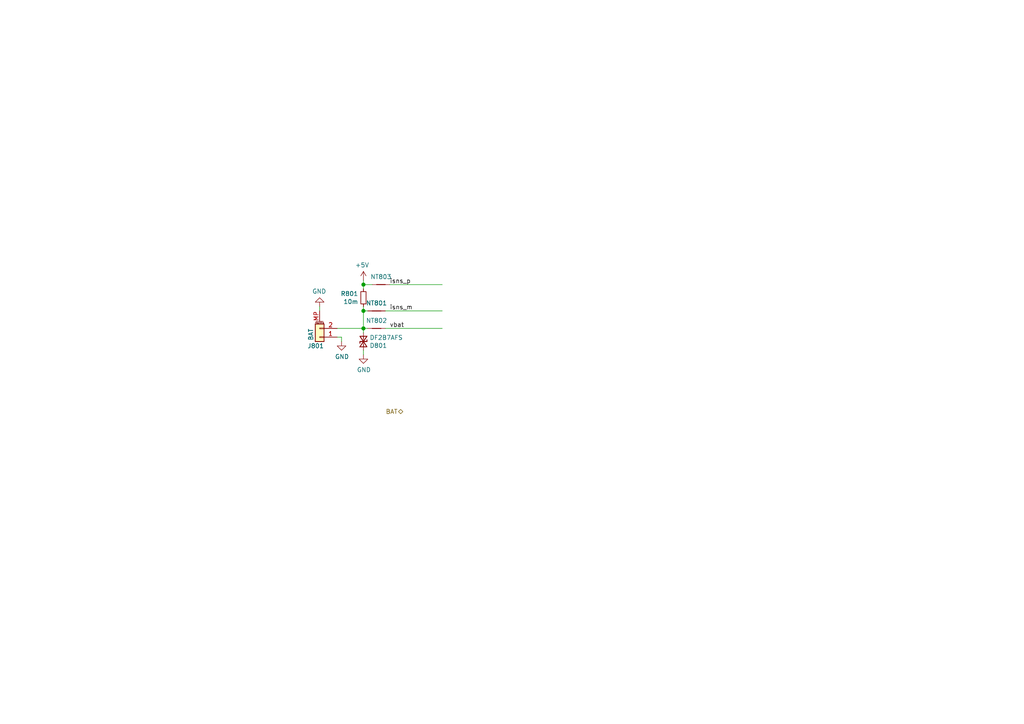
<source format=kicad_sch>
(kicad_sch (version 20210621) (generator eeschema)
  (paper "A4")
  (lib_symbols
    (symbol "Connector_Generic_MountingPin:Conn_01x02_MountingPin" (pin_names (offset 1.016) hide)
      (property "Reference" "J" (at 0 2.54 0))
      (property "Value" "Conn_01x02_MountingPin" (at 1.27 -5.08 0))
      (symbol "Conn_01x02_MountingPin_1_1"
        (text "Mounting" (at 0 -4.191 0) (effects (font (size 0.381 0.381))))
        (rectangle (start -1.27 -2.413) (end 0 -2.667) (stroke (width 0.1524)))
        (rectangle (start -1.27 0.127) (end 0 -0.127) (stroke (width 0.1524)))
        (rectangle (start -1.27 1.27) (end 1.27 -3.81) (stroke (width 0.254)) (fill (type background)))
        (polyline (pts (xy -1.016 -4.572) (xy 1.016 -4.572)) (stroke (width 0.1524)))
        (pin passive line (at -5.08 0 0) (length 3.81) (name "Pin_1") (number "1"))
        (pin passive line (at -5.08 -2.54 0) (length 3.81) (name "Pin_2") (number "2"))
        (pin passive line (at 0 -7.62 90) (length 3.048) (name "MountPin") (number "MP"))
      )
    )
    (symbol "DIYPie:+SCB_VBAT" (power) (pin_names (offset 0))
      (property "Value" "+SCB_VBAT" (at 0 3.556 0))
      (symbol "+SCB_VBAT_0_1"
        (polyline (pts (xy -0.762 1.27) (xy 0 2.54)))
        (polyline (pts (xy 0 0) (xy 0 2.54)))
        (polyline (pts (xy 0 2.54) (xy 0.762 1.27)))
      )
      (symbol "+SCB_VBAT_1_1"
        (pin power_in line (at 0 0 90) (length 0) hide (name "+5V") (number "1"))
      )
    )
    (symbol "DIYPie:D_TVS_BIDIR" (pin_numbers hide) (pin_names (offset 0.254) hide)
      (property "Reference" "D" (at 0.762 2.286 0))
      (property "Value" "D_TVS_BIDIR" (at 0 -2.286 0))
      (symbol "D_TVS_BIDIR_0_1"
        (polyline (pts (xy 1.524 0) (xy 0 0)))
        (polyline (pts (xy 0.508 1.016) (xy 0 1.016) (xy 0 -1.016)) (stroke (width 0.254)))
        (polyline (pts (xy 1.524 1.016) (xy 0 0) (xy 1.524 -1.016) (xy 1.524 1.016)) (stroke (width 0.254)))
      )
      (symbol "D_TVS_BIDIR_1_1"
        (polyline (pts (xy -1.524 0) (xy 0 0)))
        (polyline (pts (xy -0.508 -1.016) (xy 0 -1.016) (xy 0 1.016)) (stroke (width 0.254)))
        (polyline (pts (xy -1.524 -1.016) (xy 0 0) (xy -1.524 1.016) (xy -1.524 -1.016)) (stroke (width 0.254)))
        (pin passive line (at -2.54 0 0) (length 1.778) (name "A") (number "1"))
        (pin passive line (at 2.54 0 180) (length 1.778) (name "A") (number "2"))
      )
    )
    (symbol "Device:Net-Tie_2" (pin_numbers hide) (pin_names (offset 0) hide)
      (property "Reference" "NT" (at 0 1.27 0))
      (property "Value" "Net-Tie_2" (at 0 -1.27 0))
      (symbol "Net-Tie_2_0_1"
        (polyline (pts (xy -1.27 0) (xy 1.27 0)) (stroke (width 0.254)))
      )
      (symbol "Net-Tie_2_1_1"
        (pin passive line (at -2.54 0 0) (length 2.54) (name "1") (number "1"))
        (pin passive line (at 2.54 0 180) (length 2.54) (name "2") (number "2"))
      )
    )
    (symbol "Device:R_Small" (pin_numbers hide) (pin_names (offset 0.254) hide)
      (property "Reference" "R" (at 0.762 0.508 0))
      (property "Value" "R_Small" (at 0.762 -1.016 0))
      (symbol "R_Small_0_1"
        (rectangle (start -0.762 1.778) (end 0.762 -1.778) (stroke (width 0.2032)))
      )
      (symbol "R_Small_1_1"
        (pin passive line (at 0 2.54 270) (length 0.762) (name "~") (number "1"))
        (pin passive line (at 0 -2.54 90) (length 0.762) (name "~") (number "2"))
      )
    )
    (symbol "power:GND" (power) (pin_names (offset 0))
      (property "Value" "GND" (at 0 -3.81 0))
      (symbol "GND_0_1"
        (polyline (pts (xy 0 0) (xy 0 -1.27) (xy 1.27 -1.27) (xy 0 -2.54) (xy -1.27 -1.27) (xy 0 -1.27)))
      )
      (symbol "GND_1_1"
        (pin power_in line (at 0 0 270) (length 0) hide (name "GND") (number "1"))
      )
    )
  )
  (junction (at 105.41 82.55) (diameter 1.016))
  (junction (at 105.41 90.17) (diameter 1.016))
  (junction (at 105.41 95.25) (diameter 1.016))
  (wire (pts (xy 92.71 88.9) (xy 92.71 90.17)))
  (wire (pts (xy 97.79 95.25) (xy 105.41 95.25)))
  (wire (pts (xy 97.79 97.79) (xy 99.06 97.79)))
  (wire (pts (xy 99.06 97.79) (xy 99.06 99.06)))
  (wire (pts (xy 105.41 82.55) (xy 105.41 81.28)))
  (wire (pts (xy 105.41 82.55) (xy 105.41 83.82)))
  (wire (pts (xy 105.41 90.17) (xy 105.41 88.9)))
  (wire (pts (xy 105.41 90.17) (xy 105.41 95.25)))
  (wire (pts (xy 105.41 96.52) (xy 105.41 95.25)))
  (wire (pts (xy 105.41 102.87) (xy 105.41 101.6)))
  (wire (pts (xy 106.68 90.17) (xy 105.41 90.17)))
  (wire (pts (xy 106.68 95.25) (xy 105.41 95.25)))
  (wire (pts (xy 107.95 82.55) (xy 105.41 82.55)))
  (wire (pts (xy 111.76 90.17) (xy 128.27 90.17)))
  (wire (pts (xy 111.76 95.25) (xy 128.27 95.25)))
  (wire (pts (xy 113.03 82.55) (xy 128.27 82.55)))
  (label "isns_p" (at 113.03 82.55 0))
  (label "isns_m" (at 113.03 90.17 0))
  (label "vbat" (at 113.03 95.25 0))
  (hierarchical_label "BAT" (shape bidirectional) (at 116.84 119.38 180))
  (symbol (lib_id "DIYPie:+SCB_VBAT") (at 105.41 81.28 0) (mirror y) (unit 1)
    (property "Reference" "#PWR0803" (effects hide))
    (property "Value" "+SCB_VBAT" (at 105.029 76.8858 0))
  )
  (symbol (lib_id "Device:Net-Tie_2") (at 109.22 90.17 0) (mirror y) (unit 1)
    (property "Reference" "NT801" (at 109.22 87.9094 0))
    (property "Value" "Net-Tie_2" (effects hide))
  )
  (symbol (lib_id "Device:Net-Tie_2") (at 109.22 95.25 0) (mirror y) (unit 1)
    (property "Reference" "NT802" (at 109.22 92.9894 0))
    (property "Value" "Net-Tie_2" (effects hide))
  )
  (symbol (lib_id "Device:Net-Tie_2") (at 110.49 82.55 0) (mirror y) (unit 1)
    (property "Reference" "NT803" (at 110.49 80.2894 0))
    (property "Value" "Net-Tie_2" (effects hide))
  )
  (symbol (lib_id "power:GND") (at 92.71 88.9 180) (unit 1)
    (property "Reference" "#PWR0801" (effects hide))
    (property "Value" "GND" (at 92.583 84.5058 0))
  )
  (symbol (lib_id "power:GND") (at 99.06 99.06 0) (unit 1)
    (property "Reference" "#PWR0802" (effects hide))
    (property "Value" "GND" (at 99.187 103.4542 0))
  )
  (symbol (lib_id "power:GND") (at 105.41 102.87 0) (unit 1)
    (property "Reference" "#PWR0804" (effects hide))
    (property "Value" "GND" (at 105.537 107.2642 0))
  )
  (symbol (lib_id "Device:R_Small") (at 105.41 86.36 0) (mirror x) (unit 1)
    (property "Reference" "R801" (at 103.9114 85.1916 0) (effects (justify right)))
    (property "Value" "10m" (at 103.9114 87.503 0) (effects (justify right)))
  )
  (symbol (lib_id "DIYPie:D_TVS_BIDIR") (at 105.41 99.06 90) (mirror x) (unit 1)
    (property "Reference" "D801" (at 107.188 100.2284 90) (effects (justify right)))
    (property "Value" "DF2B7AFS" (at 107.188 97.917 90) (effects (justify right)))
    (property "Footprint" "DIYPie:D_SOD-923" (effects hide))
    (property "Datasheet" "https://eu.mouser.com/datasheet/2/408/DF2B7AFS_datasheet_en_20180110-1128342.pdf" (effects hide))
    (property "Description" "ESD Suppressors / TVS Diodes ESD protection diode 10pF 6.8V" (effects hide))
    (property "Manufacturer" "Toshiba" (effects hide))
    (property "Manufacturer_PN" "DF2B7AFS,L3M" (effects hide))
    (property "Mouser_PN" "757-DF2B7AFSL3M" (effects hide))
    (property "Mouser_PL" "https://eu.mouser.com/ProductDetail/Toshiba/DF2B7AFSL3M?qs=HXFqYaX1Q2xalo%2F5L5PbLA%3D%3D" (effects hide))
  )
  (symbol (lib_id "Connector_Generic_MountingPin:Conn_01x02_MountingPin") (at 92.71 97.79 180) (unit 1)
    (property "Reference" "J801" (at 93.98 100.33 0) (effects (justify left)))
    (property "Value" "BAT" (at 90.17 95.25 90) (effects (justify left)))
    (property "Footprint" "DIYPie:MOLEX_533980267" (effects hide))
    (property "Datasheet" "https://www.molex.com/pdm_docs/sd/533980267_sd.pdf" (effects hide))
    (property "Description" "1.25mm Pitch, PicoBlade PCB Header, Single Row, Vertical, Surface Mount, Tin (Sn) Plating, Friction Lock, 2 Circuits, Tape and Reel, 0.60mm PC Tail Length, with Cover " (effects hide))
    (property "Manufacturer" "Molex" (effects hide))
    (property "Manufacturer_PN" "533980267" (effects hide))
    (property "Mouser_PN" "538-53398-0267" (effects hide))
    (property "Mouser_PL" "https://eu.mouser.com/ProductDetail/Molex/53398-0267?qs=%2Fha2pyFadujWEgEg%2FZFe7P2whNSUf2YVDIxpGyJynVI%3D" (effects hide))
  )
)
</source>
